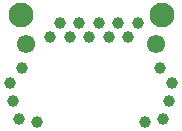
<source format=gbr>
G04 #@! TF.GenerationSoftware,KiCad,Pcbnew,8.0.4*
G04 #@! TF.CreationDate,2024-12-13T15:25:53-05:00*
G04 #@! TF.ProjectId,LoomRide-v2,4c6f6f6d-5269-4646-952d-76322e6b6963,rev?*
G04 #@! TF.SameCoordinates,Original*
G04 #@! TF.FileFunction,Soldermask,Bot*
G04 #@! TF.FilePolarity,Negative*
%FSLAX46Y46*%
G04 Gerber Fmt 4.6, Leading zero omitted, Abs format (unit mm)*
G04 Created by KiCad (PCBNEW 8.0.4) date 2024-12-13 15:25:53*
%MOMM*%
%LPD*%
G01*
G04 APERTURE LIST*
%ADD10C,1.550000*%
%ADD11C,2.100000*%
%ADD12C,1.000000*%
G04 APERTURE END LIST*
D10*
X5504000Y-5096000D03*
X-5496000Y-5096000D03*
D11*
X5954000Y-2646000D03*
X-5946000Y-2646000D03*
D12*
X2286000Y-3302000D03*
X3111500Y-4493000D03*
X-1841500Y-4493000D03*
X-6858000Y-8382000D03*
X-1016000Y-3302000D03*
X635000Y-3302000D03*
X5842000Y-7112000D03*
X3937000Y-3302000D03*
X4572000Y-11684000D03*
X-190500Y-4493000D03*
X-5842000Y-7112000D03*
X-6604000Y-9906000D03*
X6096000Y-11430000D03*
X6604000Y-9906000D03*
X-2667000Y-3302000D03*
X1460500Y-4493000D03*
X-4572000Y-11684000D03*
X-6096000Y-11430000D03*
X-3492500Y-4493000D03*
X6858000Y-8382000D03*
M02*

</source>
